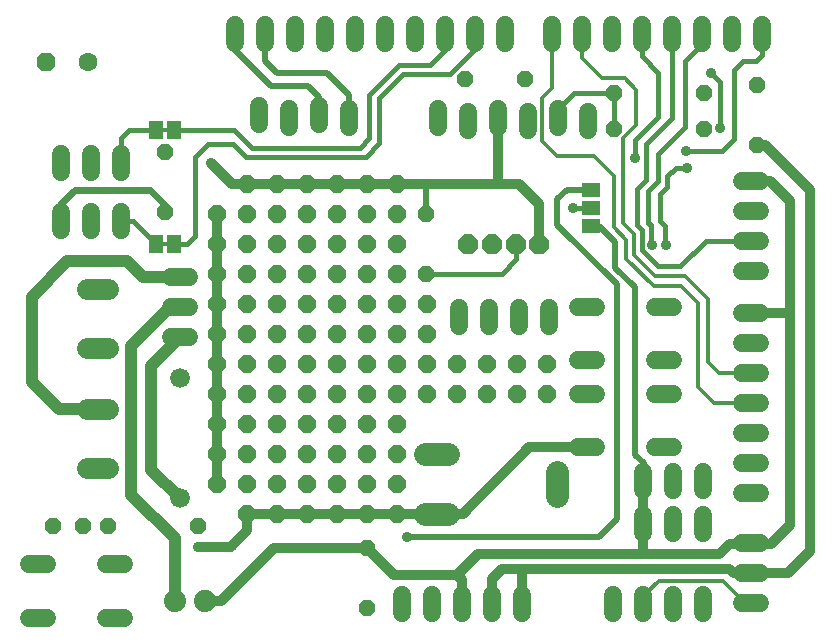
<source format=gbr>
G04 EAGLE Gerber RS-274X export*
G75*
%MOMM*%
%FSLAX34Y34*%
%LPD*%
%INTop Copper*%
%IPPOS*%
%AMOC8*
5,1,8,0,0,1.08239X$1,22.5*%
G01*
%ADD10C,1.524000*%
%ADD11P,1.429621X8X112.500000*%
%ADD12C,1.790700*%
%ADD13C,1.676400*%
%ADD14P,1.732040X8X202.500000*%
%ADD15C,1.600200*%
%ADD16P,1.429621X8X292.500000*%
%ADD17R,1.168400X1.600200*%
%ADD18P,1.429621X8X202.500000*%
%ADD19C,1.981200*%
%ADD20C,1.879600*%
%ADD21P,1.814519X8X22.500000*%
%ADD22R,1.600200X1.168400*%
%ADD23P,1.623585X8X22.500000*%
%ADD24C,0.812800*%
%ADD25C,0.406400*%
%ADD26C,0.508000*%
%ADD27C,0.609600*%
%ADD28C,0.889000*%
%ADD29C,1.016000*%
%ADD30C,0.304800*%


D10*
X18322Y58616D02*
X33562Y58616D01*
X33562Y13404D02*
X18322Y13404D01*
X83346Y58616D02*
X98586Y58616D01*
X98586Y13404D02*
X83346Y13404D01*
D11*
X305003Y21387D03*
X305003Y72187D03*
D12*
X85154Y291700D02*
X67247Y291700D01*
X67247Y241700D02*
X85154Y241700D01*
X85154Y190100D02*
X67247Y190100D01*
X67247Y140100D02*
X85154Y140100D01*
D13*
X146045Y216114D03*
X146045Y114514D03*
D10*
X138430Y250825D02*
X153670Y250825D01*
X153670Y276225D02*
X138430Y276225D01*
X138430Y301625D02*
X153670Y301625D01*
X45720Y391160D02*
X45720Y406400D01*
X71120Y406400D02*
X71120Y391160D01*
X96520Y391160D02*
X96520Y406400D01*
X45720Y356870D02*
X45720Y341630D01*
X71120Y341630D02*
X71120Y356870D01*
X96520Y356870D02*
X96520Y341630D01*
X193040Y500380D02*
X193040Y515620D01*
X218440Y515620D02*
X218440Y500380D01*
X243840Y500380D02*
X243840Y515620D01*
X269240Y515620D02*
X269240Y500380D01*
X294640Y500380D02*
X294640Y515620D01*
X320040Y515620D02*
X320040Y500380D01*
X345440Y500380D02*
X345440Y515620D01*
X370840Y515620D02*
X370840Y500380D01*
X396240Y500380D02*
X396240Y515620D01*
X421640Y515620D02*
X421640Y500380D01*
X461010Y500380D02*
X461010Y515620D01*
X486410Y515620D02*
X486410Y500380D01*
X511810Y500380D02*
X511810Y515620D01*
X537210Y515620D02*
X537210Y500380D01*
X562610Y500380D02*
X562610Y515620D01*
X588010Y515620D02*
X588010Y500380D01*
X613410Y500380D02*
X613410Y515620D01*
X638810Y515620D02*
X638810Y500380D01*
D14*
X32512Y484251D03*
D15*
X68072Y484251D03*
D16*
X133350Y407924D03*
X133350Y357124D03*
D10*
X622300Y383540D02*
X637540Y383540D01*
X637540Y358140D02*
X622300Y358140D01*
X622300Y332740D02*
X637540Y332740D01*
X637540Y307340D02*
X622300Y307340D01*
D17*
X125730Y330200D03*
X140970Y330200D03*
X125730Y426720D03*
X140970Y426720D03*
D11*
X635000Y413512D03*
X635000Y464312D03*
D18*
X438404Y469138D03*
X387604Y469138D03*
X589788Y427228D03*
X513588Y427228D03*
X589788Y457454D03*
X513588Y457454D03*
X63754Y90932D03*
X38354Y90932D03*
X161544Y90932D03*
X85344Y90932D03*
D10*
X483108Y276606D02*
X498348Y276606D01*
X498348Y231394D02*
X483108Y231394D01*
X548132Y276606D02*
X563372Y276606D01*
X563372Y231394D02*
X548132Y231394D01*
X498348Y202946D02*
X483108Y202946D01*
X483108Y157734D02*
X498348Y157734D01*
X548132Y202946D02*
X563372Y202946D01*
X563372Y157734D02*
X548132Y157734D01*
D19*
X465074Y136652D02*
X465074Y116840D01*
X373380Y152146D02*
X353568Y152146D01*
X353568Y101346D02*
X373380Y101346D01*
D10*
X289560Y428752D02*
X289560Y443992D01*
X264160Y446532D02*
X264160Y431292D01*
X238760Y428752D02*
X238760Y443992D01*
X213360Y446532D02*
X213360Y431292D01*
X491490Y425958D02*
X491490Y441198D01*
X466090Y443738D02*
X466090Y428498D01*
X440690Y425958D02*
X440690Y441198D01*
X415290Y443738D02*
X415290Y428498D01*
X389890Y425958D02*
X389890Y441198D01*
X364490Y443738D02*
X364490Y428498D01*
D20*
X167132Y27686D03*
X141732Y27686D03*
D10*
X334010Y33020D02*
X334010Y17780D01*
X359410Y17780D02*
X359410Y33020D01*
X384810Y33020D02*
X384810Y17780D01*
X410210Y17780D02*
X410210Y33020D01*
X435610Y33020D02*
X435610Y17780D01*
X513080Y17780D02*
X513080Y33020D01*
X538480Y33020D02*
X538480Y17780D01*
X563880Y17780D02*
X563880Y33020D01*
X589280Y33020D02*
X589280Y17780D01*
X622300Y76454D02*
X637540Y76454D01*
X637540Y51054D02*
X622300Y51054D01*
X622300Y25654D02*
X637540Y25654D01*
X637540Y271780D02*
X622300Y271780D01*
X622300Y246380D02*
X637540Y246380D01*
X637540Y220980D02*
X622300Y220980D01*
X622300Y195580D02*
X637540Y195580D01*
X637540Y170180D02*
X622300Y170180D01*
X622300Y144780D02*
X637540Y144780D01*
X637540Y119380D02*
X622300Y119380D01*
X538353Y121920D02*
X538353Y137160D01*
X563753Y137160D02*
X563753Y121920D01*
X589153Y121920D02*
X589153Y137160D01*
X538353Y100330D02*
X538353Y85090D01*
X563753Y85090D02*
X563753Y100330D01*
X589153Y100330D02*
X589153Y85090D01*
D21*
X390370Y330098D03*
X410370Y330098D03*
X430370Y330098D03*
X450370Y330098D03*
D22*
X494538Y375666D03*
X494538Y360426D03*
X494538Y345186D03*
D10*
X458470Y275768D02*
X458470Y260528D01*
X433070Y260528D02*
X433070Y275768D01*
X407670Y275768D02*
X407670Y260528D01*
X382270Y260528D02*
X382270Y275768D01*
D16*
X354330Y355600D03*
X354330Y304800D03*
D23*
X177800Y330200D03*
X177800Y304800D03*
X177800Y279400D03*
X177800Y254000D03*
X177800Y228600D03*
X177800Y203200D03*
X177800Y177800D03*
X177800Y152400D03*
X177800Y127000D03*
X177800Y355600D03*
D24*
X177800Y330200D01*
X177800Y304800D01*
X177800Y279400D01*
X177800Y254000D01*
X177800Y228600D01*
X177800Y203200D01*
X177800Y177800D01*
X177800Y152400D01*
X177800Y127000D01*
X662686Y271526D02*
X662686Y366522D01*
X645668Y383540D01*
X629920Y383540D01*
X629920Y271780D02*
X662432Y271780D01*
X662686Y271526D01*
X538353Y67310D02*
X398780Y67310D01*
D25*
X494538Y345186D02*
X495300Y345186D01*
D24*
X398780Y67310D02*
X380797Y49327D01*
X327863Y49327D01*
X305003Y72187D01*
X181356Y27686D02*
X167132Y27686D01*
X181356Y27686D02*
X226060Y72390D01*
X304800Y72390D01*
X305003Y72187D01*
D26*
X531622Y151130D02*
X538734Y144018D01*
X538734Y129921D01*
X538353Y129540D01*
X514858Y309880D02*
X514858Y331470D01*
X531622Y293116D02*
X531622Y151130D01*
X531622Y293116D02*
X514858Y309880D01*
D24*
X538353Y129540D02*
X538353Y92710D01*
X538353Y67310D01*
X384810Y45314D02*
X384810Y25400D01*
X384810Y45314D02*
X380797Y49327D01*
X646684Y76200D02*
X662686Y92202D01*
X646684Y76200D02*
X630174Y76200D01*
X629920Y76454D01*
X662686Y92202D02*
X662686Y271526D01*
X630174Y76200D02*
X611632Y76200D01*
X602742Y67310D02*
X538353Y67310D01*
X602742Y67310D02*
X611632Y76200D01*
D26*
X514858Y331470D02*
X501142Y345186D01*
X494538Y345186D01*
D27*
X120650Y375920D02*
X57150Y375920D01*
X45720Y364490D01*
X45720Y349250D01*
D23*
X279400Y101600D03*
X304800Y101600D03*
X330200Y101600D03*
X254000Y101600D03*
X228600Y101600D03*
X203200Y101600D03*
D24*
X304800Y101600D02*
X330200Y101600D01*
X304800Y101600D02*
X203200Y101600D01*
X330200Y101600D02*
X330454Y101346D01*
X363474Y101346D01*
X441960Y157734D02*
X490728Y157734D01*
D23*
X203200Y381000D03*
X228600Y381000D03*
X254000Y381000D03*
X279400Y381000D03*
X304800Y381000D03*
X330200Y381000D03*
D24*
X228600Y381000D02*
X203200Y381000D01*
X228600Y381000D02*
X254000Y381000D01*
X279400Y381000D01*
X304800Y381000D01*
X330200Y381000D01*
X363474Y101346D02*
X385572Y101346D01*
X441960Y157734D01*
X435610Y53467D02*
X435610Y25400D01*
X679450Y69850D02*
X679450Y246380D01*
X679450Y307340D01*
X679450Y375928D01*
D28*
X679450Y246380D03*
X679450Y307340D03*
D24*
X203200Y381000D02*
X190500Y381000D01*
X172720Y398780D01*
D28*
X172720Y398780D03*
D24*
X330200Y381000D02*
X354894Y381000D01*
X416306Y381000D01*
D28*
X161798Y73406D03*
D27*
X133350Y363220D02*
X120650Y375920D01*
X133350Y363220D02*
X133350Y357124D01*
D24*
X641866Y413512D02*
X679450Y375928D01*
X641866Y413512D02*
X635000Y413512D01*
X189230Y73406D02*
X161798Y73406D01*
X203200Y87376D02*
X203200Y101600D01*
X203200Y87376D02*
X189230Y73406D01*
D26*
X354330Y355600D02*
X354330Y380436D01*
X354894Y381000D01*
D24*
X629920Y51054D02*
X660654Y51054D01*
X679450Y69850D01*
X629920Y51054D02*
X615188Y51054D01*
X611378Y54864D01*
X437007Y54864D01*
X435610Y53467D01*
X437007Y54864D02*
X418592Y54864D01*
X410210Y46482D01*
X416306Y381000D02*
X433324Y381000D01*
X450596Y363728D01*
X450596Y330324D01*
X450370Y330098D01*
X415290Y382016D02*
X415290Y436118D01*
X415290Y382016D02*
X416306Y381000D01*
X410210Y46482D02*
X410210Y25400D01*
D29*
X146050Y301625D02*
X115189Y301625D01*
X101600Y315214D02*
X50546Y315214D01*
X20574Y285242D01*
X20574Y212598D02*
X43434Y189738D01*
X75838Y189738D01*
X76200Y190100D01*
X115189Y301625D02*
X101600Y315214D01*
X20574Y285242D02*
X20574Y212598D01*
X121920Y138639D02*
X146045Y114514D01*
X121920Y226695D02*
X146050Y250825D01*
X121920Y226695D02*
X121920Y138639D01*
D25*
X575056Y408432D02*
X575056Y408686D01*
D28*
X575056Y408686D03*
D25*
X605282Y408686D01*
X614934Y418338D01*
X614934Y457200D01*
X614934Y457962D01*
X614934Y476758D01*
X634238Y485140D02*
X638810Y489712D01*
X638810Y508000D01*
X623316Y485140D02*
X614934Y476758D01*
X623316Y485140D02*
X634238Y485140D01*
X588010Y499110D02*
X588010Y508000D01*
X588010Y499110D02*
X574040Y485140D01*
X551180Y406400D02*
X551180Y383413D01*
X542798Y375031D01*
X542798Y347980D01*
X545084Y345694D01*
X545084Y328676D01*
X546100Y328676D01*
D28*
X546100Y328676D03*
D25*
X551180Y406400D02*
X574040Y429260D01*
X574040Y485140D01*
X562610Y502412D02*
X562610Y508000D01*
X537083Y324739D02*
X550672Y311150D01*
X540766Y383667D02*
X540766Y414274D01*
X540766Y383667D02*
X533146Y376047D01*
X532892Y376047D01*
X532892Y345933D01*
X537083Y341742D01*
X537083Y324739D01*
X540766Y414274D02*
X562610Y436118D01*
X562610Y508000D01*
X569976Y311150D02*
X550672Y311150D01*
X569976Y311150D02*
X591566Y332740D01*
X629920Y332740D01*
D28*
X531368Y402590D03*
D25*
X531368Y417830D01*
X550926Y437388D01*
X550926Y474980D01*
X537210Y488696D02*
X537210Y508000D01*
X537210Y488696D02*
X550926Y474980D01*
D28*
X575818Y394462D03*
X603504Y427990D03*
D25*
X603504Y466852D01*
X595630Y474726D01*
X595630Y474980D01*
D28*
X595630Y474980D03*
D25*
X575818Y394462D02*
X565912Y394462D01*
X558546Y378206D02*
X552450Y372110D01*
X552450Y349250D01*
X556768Y344932D02*
X556768Y328549D01*
X557530Y328549D01*
D28*
X557530Y328549D03*
D25*
X558546Y387096D02*
X565912Y394462D01*
X558546Y387096D02*
X558546Y378206D01*
X552450Y349250D02*
X556768Y344932D01*
D30*
X521716Y419354D02*
X532638Y430276D01*
X532638Y460248D01*
X522732Y470154D02*
X503936Y470154D01*
X486410Y487680D01*
X486410Y508000D01*
X522732Y470154D02*
X532638Y460248D01*
X521716Y419354D02*
X521716Y347882D01*
X530987Y338611D01*
X530987Y320167D01*
X593598Y283464D02*
X593598Y229616D01*
X602234Y220980D01*
X629920Y220980D01*
X548132Y303022D02*
X530987Y320167D01*
X548132Y303022D02*
X574040Y303022D01*
X593598Y283464D01*
X524256Y317246D02*
X524256Y333502D01*
X461010Y461518D02*
X461010Y508000D01*
X461010Y461518D02*
X452882Y453390D01*
X452882Y417322D01*
X465836Y404368D01*
X497078Y404368D01*
X513842Y387604D01*
X513842Y343916D02*
X524256Y333502D01*
X513842Y343916D02*
X513842Y387604D01*
X524256Y317246D02*
X547624Y293878D01*
X570738Y293878D01*
X584708Y279908D01*
X609600Y195580D02*
X629920Y195580D01*
X609600Y195580D02*
X600456Y195580D01*
X598170Y195580D01*
X584708Y209042D01*
X584708Y279908D01*
D25*
X298450Y411480D02*
X207010Y411480D01*
X298450Y411480D02*
X306324Y419354D01*
X306324Y456184D01*
X331470Y481330D01*
X358140Y481330D01*
X370840Y494030D01*
X370840Y508000D01*
X144526Y430276D02*
X144526Y426720D01*
X191770Y426720D02*
X207010Y411480D01*
X191770Y426720D02*
X144526Y426720D01*
X140970Y426720D02*
X144526Y430276D01*
X144526Y431800D01*
X201930Y403860D02*
X303530Y403860D01*
X314706Y415036D01*
X314706Y453136D01*
X335280Y473710D01*
X374650Y473710D01*
X396240Y495300D01*
X396240Y508000D01*
X170180Y414782D02*
X159258Y403860D01*
X170180Y414782D02*
X191008Y414782D01*
X201930Y403860D01*
X152502Y330200D02*
X143256Y330200D01*
X159258Y336956D02*
X159258Y403860D01*
X159258Y336956D02*
X152502Y330200D01*
X106680Y349250D02*
X96520Y349250D01*
X106680Y349250D02*
X125730Y330200D01*
X125730Y426720D02*
X103378Y426720D01*
X96520Y419862D02*
X96520Y398780D01*
X96520Y419862D02*
X103378Y426720D01*
D30*
X128270Y426720D02*
X138430Y426720D01*
X137160Y330200D02*
X129540Y330200D01*
D26*
X218440Y485140D02*
X218440Y508000D01*
X228600Y474980D02*
X270510Y474980D01*
X228600Y474980D02*
X218440Y485140D01*
X270510Y474980D02*
X289560Y455930D01*
X289560Y436372D01*
X193040Y494030D02*
X193040Y508000D01*
X193040Y494030D02*
X223520Y463550D01*
X223774Y463296D01*
X254762Y463296D01*
X264160Y453898D01*
X264160Y438912D01*
D25*
X513588Y427228D02*
X513588Y457454D01*
D30*
X466090Y443738D02*
X466090Y436118D01*
D25*
X466090Y443738D02*
X479806Y457454D01*
X513588Y457454D01*
D23*
X228600Y330200D03*
X228600Y355600D03*
X254000Y330200D03*
X254000Y355600D03*
X279400Y330200D03*
X279400Y355600D03*
X304800Y330200D03*
X304800Y355600D03*
X330200Y330200D03*
X330200Y355600D03*
X228600Y304800D03*
X254000Y304800D03*
X279400Y304800D03*
X304800Y304800D03*
X330200Y304800D03*
X228600Y279400D03*
X254000Y279400D03*
X279400Y279400D03*
X304800Y279400D03*
X330200Y279400D03*
X355600Y279400D03*
X228600Y254000D03*
X254000Y254000D03*
X279400Y254000D03*
X304800Y254000D03*
X330200Y254000D03*
X355600Y254000D03*
X228600Y228600D03*
X254000Y228600D03*
X279400Y228600D03*
X304800Y228600D03*
X330200Y228600D03*
X355600Y228600D03*
X355600Y203200D03*
X228600Y203200D03*
X228600Y177800D03*
X228600Y127000D03*
X228600Y152400D03*
X254000Y177800D03*
X254000Y127000D03*
X254000Y152400D03*
X254000Y203200D03*
X279400Y203200D03*
X304800Y203200D03*
X330200Y203200D03*
X381000Y203200D03*
X381000Y228600D03*
X406400Y228600D03*
X406400Y203200D03*
X431800Y203200D03*
X431800Y228600D03*
X457200Y203200D03*
X457200Y228600D03*
X279400Y177800D03*
X304800Y177800D03*
X330200Y177800D03*
X279400Y127000D03*
X279400Y152400D03*
X304800Y127000D03*
X304800Y152400D03*
X330200Y127000D03*
X330200Y152400D03*
X203200Y330200D03*
X203200Y355600D03*
X203200Y304800D03*
X203200Y279400D03*
X203200Y254000D03*
X203200Y228600D03*
X203200Y203200D03*
X203200Y177800D03*
X203200Y127000D03*
X203200Y152400D03*
D29*
X146050Y276225D02*
X137795Y276225D01*
X104902Y243332D01*
X104902Y117602D01*
X141732Y80772D02*
X141732Y27686D01*
X141732Y80772D02*
X104902Y117602D01*
D28*
X338074Y82042D03*
D26*
X501142Y82042D01*
X515874Y96774D01*
X515874Y295656D02*
X465582Y345948D01*
X465582Y367538D01*
X473710Y375666D01*
X494538Y375666D01*
X515874Y295656D02*
X515874Y96774D01*
D30*
X538480Y31877D02*
X538480Y25400D01*
X538480Y31877D02*
X551434Y44831D01*
X605917Y44831D01*
X624967Y25781D01*
X629793Y25781D02*
X629920Y25654D01*
X629793Y25781D02*
X624967Y25781D01*
D25*
X494538Y360426D02*
X479374Y360426D01*
X479374Y360451D01*
D28*
X479374Y360451D03*
D25*
X418592Y304800D02*
X354330Y304800D01*
X418592Y304800D02*
X430530Y316738D01*
X430530Y329938D01*
X430370Y330098D01*
M02*

</source>
